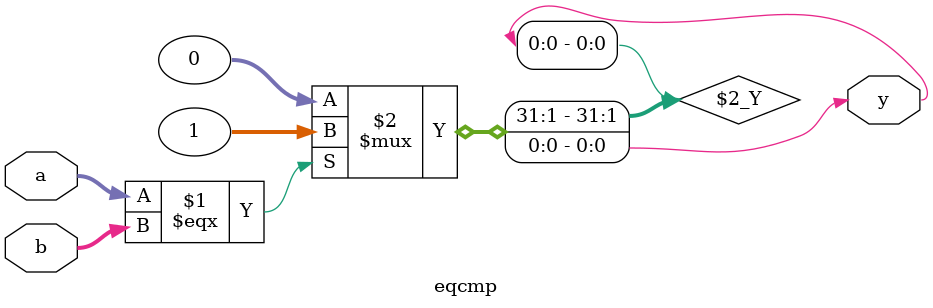
<source format=v>
`timescale 1ns / 1ps


module eqcmp(
input [31:0] a,b,
output y
    );
    assign y=(a===b) ? 1 : 0;
endmodule

</source>
